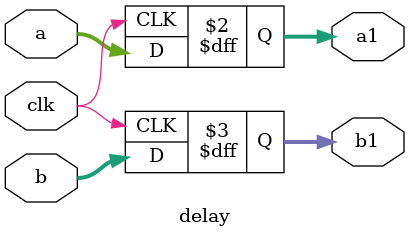
<source format=v>

module delay(a,b,a1,b1,clk);

parameter N = 31;

input [N:0] a,b;
input clk;
output [N:0] a1,b1;
reg [N:0] a1,b1;

//Delay block is just used as a regester to hold the a,and b for a clock cycle.
//Posedge is preferred for FPGA programming.(reason given in PE.v)

always @(negedge clk)
begin
	a1 <= a;
	b1 <= b;
end

endmodule

</source>
